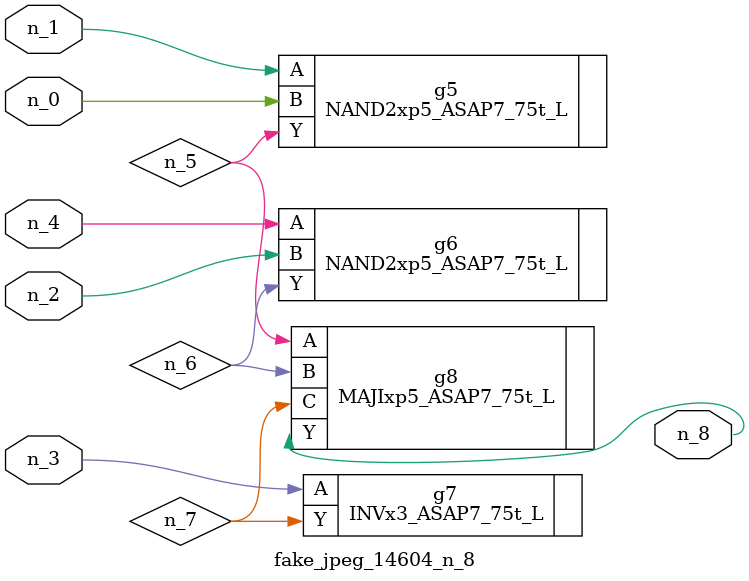
<source format=v>
module fake_jpeg_14604_n_8 (n_3, n_2, n_1, n_0, n_4, n_8);

input n_3;
input n_2;
input n_1;
input n_0;
input n_4;

output n_8;

wire n_6;
wire n_5;
wire n_7;

NAND2xp5_ASAP7_75t_L g5 ( 
.A(n_1),
.B(n_0),
.Y(n_5)
);

NAND2xp5_ASAP7_75t_L g6 ( 
.A(n_4),
.B(n_2),
.Y(n_6)
);

INVx3_ASAP7_75t_L g7 ( 
.A(n_3),
.Y(n_7)
);

MAJIxp5_ASAP7_75t_L g8 ( 
.A(n_5),
.B(n_6),
.C(n_7),
.Y(n_8)
);


endmodule
</source>
